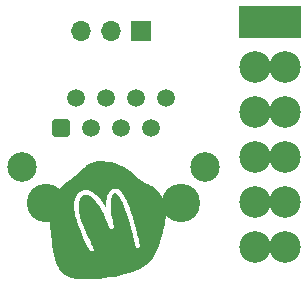
<source format=gbr>
%TF.GenerationSoftware,KiCad,Pcbnew,7.0.5-0*%
%TF.CreationDate,2023-10-13T18:20:27+02:00*%
%TF.ProjectId,rj45-stepper-adapter,726a3435-2d73-4746-9570-7065722d6164,rev?*%
%TF.SameCoordinates,Original*%
%TF.FileFunction,Soldermask,Bot*%
%TF.FilePolarity,Negative*%
%FSLAX46Y46*%
G04 Gerber Fmt 4.6, Leading zero omitted, Abs format (unit mm)*
G04 Created by KiCad (PCBNEW 7.0.5-0) date 2023-10-13 18:20:27*
%MOMM*%
%LPD*%
G01*
G04 APERTURE LIST*
G04 Aperture macros list*
%AMRoundRect*
0 Rectangle with rounded corners*
0 $1 Rounding radius*
0 $2 $3 $4 $5 $6 $7 $8 $9 X,Y pos of 4 corners*
0 Add a 4 corners polygon primitive as box body*
4,1,4,$2,$3,$4,$5,$6,$7,$8,$9,$2,$3,0*
0 Add four circle primitives for the rounded corners*
1,1,$1+$1,$2,$3*
1,1,$1+$1,$4,$5*
1,1,$1+$1,$6,$7*
1,1,$1+$1,$8,$9*
0 Add four rect primitives between the rounded corners*
20,1,$1+$1,$2,$3,$4,$5,0*
20,1,$1+$1,$4,$5,$6,$7,0*
20,1,$1+$1,$6,$7,$8,$9,0*
20,1,$1+$1,$8,$9,$2,$3,0*%
G04 Aperture macros list end*
%ADD10R,1.700000X1.700000*%
%ADD11O,1.700000X1.700000*%
%ADD12C,3.250000*%
%ADD13RoundRect,0.250500X-0.499500X-0.499500X0.499500X-0.499500X0.499500X0.499500X-0.499500X0.499500X0*%
%ADD14C,1.500000*%
%ADD15C,2.500000*%
%ADD16R,2.670000X2.670000*%
%ADD17C,2.670000*%
G04 APERTURE END LIST*
%TO.C,G\u002A\u002A\u002A*%
G36*
X154345995Y-116950078D02*
G01*
X154139223Y-117396846D01*
X154119735Y-117436403D01*
X154032260Y-117608365D01*
X153954213Y-117750624D01*
X153881940Y-117868856D01*
X153811785Y-117968737D01*
X153740094Y-118055943D01*
X153663212Y-118136150D01*
X153590828Y-118203026D01*
X153388284Y-118361650D01*
X153150493Y-118513646D01*
X152879881Y-118658298D01*
X152578876Y-118794888D01*
X152249904Y-118922699D01*
X151895394Y-119041013D01*
X151517772Y-119149114D01*
X151119466Y-119246283D01*
X150702902Y-119331804D01*
X150270508Y-119404959D01*
X149824710Y-119465031D01*
X149367937Y-119511303D01*
X148902616Y-119543057D01*
X148797484Y-119547136D01*
X148657497Y-119550148D01*
X148498226Y-119551761D01*
X148328006Y-119552028D01*
X148155173Y-119551000D01*
X147988062Y-119548729D01*
X147835008Y-119545266D01*
X147704347Y-119540665D01*
X147604413Y-119534976D01*
X147410649Y-119516692D01*
X147196347Y-119485067D01*
X147008167Y-119441977D01*
X146839353Y-119385463D01*
X146683146Y-119313565D01*
X146532788Y-119224326D01*
X146491866Y-119195930D01*
X146366650Y-119094118D01*
X146240581Y-118972395D01*
X146125109Y-118842379D01*
X146031679Y-118715692D01*
X145963498Y-118603474D01*
X145846065Y-118370839D01*
X145740917Y-118106598D01*
X145647541Y-117809227D01*
X145565428Y-117477197D01*
X145494066Y-117108982D01*
X145491153Y-117091695D01*
X145471089Y-116960958D01*
X145449093Y-116799975D01*
X145425612Y-116613346D01*
X145401091Y-116405674D01*
X145375976Y-116181562D01*
X145350712Y-115945612D01*
X145325746Y-115702426D01*
X145301521Y-115456606D01*
X145278486Y-115212755D01*
X145257084Y-114975475D01*
X145237761Y-114749368D01*
X145220964Y-114539036D01*
X145207138Y-114349082D01*
X145196728Y-114184108D01*
X145190181Y-114048716D01*
X145187941Y-113947509D01*
X145195243Y-113722335D01*
X145232738Y-113405887D01*
X145251211Y-113327327D01*
X147273552Y-113327327D01*
X147287014Y-113596422D01*
X147327467Y-113892728D01*
X147394773Y-114215758D01*
X147488800Y-114565027D01*
X147609411Y-114940048D01*
X147756472Y-115340336D01*
X147929848Y-115765405D01*
X148129405Y-116214769D01*
X148148519Y-116256049D01*
X148222412Y-116412209D01*
X148296891Y-116564708D01*
X148369554Y-116708990D01*
X148437998Y-116840500D01*
X148499821Y-116954685D01*
X148552620Y-117046988D01*
X148593992Y-117112855D01*
X148621535Y-117147730D01*
X148671526Y-117178214D01*
X148743532Y-117189135D01*
X148816022Y-117172725D01*
X148879526Y-117133280D01*
X148924573Y-117075097D01*
X148941693Y-117002473D01*
X148939745Y-116994834D01*
X148923722Y-116955166D01*
X148893270Y-116887200D01*
X148850494Y-116795425D01*
X148797501Y-116684329D01*
X148736399Y-116558399D01*
X148669292Y-116422123D01*
X148585440Y-116250995D01*
X148373601Y-115797152D01*
X148189362Y-115368154D01*
X148032819Y-114964303D01*
X147904071Y-114585902D01*
X147803216Y-114233253D01*
X147730352Y-113906659D01*
X147685577Y-113606422D01*
X147668988Y-113332846D01*
X147674651Y-113136327D01*
X147697732Y-112961652D01*
X147739524Y-112814395D01*
X147801212Y-112690439D01*
X147883978Y-112585666D01*
X147957413Y-112519352D01*
X148059423Y-112458553D01*
X148175866Y-112424928D01*
X148316462Y-112414631D01*
X148370270Y-112415029D01*
X148439825Y-112419035D01*
X148495556Y-112430653D01*
X148553346Y-112453840D01*
X148629077Y-112492555D01*
X148721845Y-112549166D01*
X148867742Y-112665085D01*
X149018864Y-112815703D01*
X149173346Y-112998924D01*
X149329324Y-113212653D01*
X149484935Y-113454793D01*
X149484938Y-113454797D01*
X149583387Y-113625490D01*
X149684071Y-113816582D01*
X149788300Y-114030964D01*
X149897387Y-114271528D01*
X150012641Y-114541166D01*
X150135374Y-114842770D01*
X150266898Y-115179230D01*
X150311389Y-115257412D01*
X150374423Y-115309918D01*
X150447407Y-115329838D01*
X150523691Y-115315441D01*
X150596625Y-115264997D01*
X150615722Y-115244466D01*
X150634317Y-115212571D01*
X150639848Y-115170724D01*
X150635813Y-115104599D01*
X150633916Y-115087252D01*
X150623650Y-115016702D01*
X150607510Y-114921892D01*
X150587296Y-114813084D01*
X150564813Y-114700538D01*
X150552647Y-114641027D01*
X150491423Y-114309032D01*
X150444696Y-113994189D01*
X150412443Y-113698635D01*
X150394640Y-113424504D01*
X150391266Y-113173932D01*
X150402297Y-112949053D01*
X150427710Y-112752003D01*
X150467482Y-112584918D01*
X150521591Y-112449933D01*
X150590013Y-112349182D01*
X150647656Y-112296631D01*
X150720673Y-112262701D01*
X150795645Y-112265923D01*
X150875116Y-112306541D01*
X150961628Y-112384798D01*
X151046677Y-112485663D01*
X151159145Y-112649223D01*
X151272674Y-112848476D01*
X151387383Y-113083753D01*
X151503391Y-113355387D01*
X151620817Y-113663710D01*
X151739780Y-114009053D01*
X151860397Y-114391748D01*
X151982788Y-114812127D01*
X152107071Y-115270523D01*
X152233365Y-115767268D01*
X152361788Y-116302692D01*
X152366111Y-116321204D01*
X152400497Y-116467313D01*
X152428010Y-116580689D01*
X152450207Y-116666176D01*
X152468643Y-116728621D01*
X152484875Y-116772869D01*
X152500459Y-116803765D01*
X152516951Y-116826155D01*
X152535907Y-116844884D01*
X152538055Y-116846787D01*
X152609180Y-116889441D01*
X152683825Y-116893904D01*
X152765286Y-116860397D01*
X152788082Y-116846179D01*
X152809919Y-116829729D01*
X152826685Y-116810160D01*
X152838002Y-116784303D01*
X152843491Y-116748989D01*
X152842775Y-116701049D01*
X152835475Y-116637317D01*
X152821213Y-116554624D01*
X152799611Y-116449800D01*
X152770291Y-116319679D01*
X152732874Y-116161092D01*
X152686982Y-115970870D01*
X152632238Y-115745846D01*
X152509354Y-115256049D01*
X152380024Y-114773248D01*
X152251823Y-114328853D01*
X152124608Y-113922530D01*
X151998236Y-113553946D01*
X151872567Y-113222769D01*
X151747457Y-112928666D01*
X151622765Y-112671303D01*
X151498349Y-112450349D01*
X151374065Y-112265469D01*
X151249773Y-112116331D01*
X151125330Y-112002601D01*
X151000594Y-111923948D01*
X150862557Y-111876031D01*
X150722668Y-111865139D01*
X150585886Y-111890498D01*
X150456156Y-111950835D01*
X150337424Y-112044879D01*
X150233634Y-112171357D01*
X150193199Y-112235859D01*
X150135297Y-112348836D01*
X150089452Y-112471628D01*
X150054319Y-112610016D01*
X150028552Y-112769777D01*
X150010808Y-112956692D01*
X149999741Y-113176538D01*
X149987000Y-113547769D01*
X149900876Y-113391461D01*
X149869088Y-113334571D01*
X149704072Y-113063022D01*
X149531919Y-112817302D01*
X149354892Y-112600016D01*
X149175257Y-112413769D01*
X148995277Y-112261165D01*
X148817216Y-112144809D01*
X148682858Y-112082168D01*
X148498969Y-112030057D01*
X148313830Y-112012694D01*
X148131856Y-112028752D01*
X147957461Y-112076904D01*
X147795058Y-112155822D01*
X147649062Y-112264178D01*
X147523887Y-112400644D01*
X147423946Y-112563894D01*
X147371548Y-112685741D01*
X147329795Y-112821873D01*
X147300267Y-112974599D01*
X147280304Y-113154851D01*
X147273552Y-113327327D01*
X145251211Y-113327327D01*
X145303178Y-113106328D01*
X145407786Y-112820509D01*
X145547784Y-112545281D01*
X145724397Y-112277494D01*
X145938846Y-112014000D01*
X145980811Y-111967650D01*
X146070302Y-111873782D01*
X146168094Y-111778161D01*
X146278128Y-111677328D01*
X146404341Y-111567823D01*
X146550675Y-111446184D01*
X146721069Y-111308952D01*
X146919462Y-111152666D01*
X147052917Y-111048211D01*
X147205201Y-110928238D01*
X147334174Y-110825317D01*
X147444248Y-110735661D01*
X147539837Y-110655484D01*
X147625356Y-110580997D01*
X147705218Y-110508416D01*
X147783837Y-110433952D01*
X147865627Y-110353820D01*
X147955000Y-110264233D01*
X147984840Y-110234141D01*
X148092017Y-110127231D01*
X148179306Y-110042996D01*
X148252261Y-109976800D01*
X148316439Y-109924012D01*
X148377392Y-109879996D01*
X148440676Y-109840121D01*
X148511846Y-109799753D01*
X148680003Y-109719410D01*
X148927523Y-109636245D01*
X149195264Y-109582233D01*
X149480139Y-109557154D01*
X149779061Y-109560792D01*
X150088942Y-109592928D01*
X150406695Y-109653344D01*
X150729232Y-109741822D01*
X151053467Y-109858143D01*
X151376312Y-110002090D01*
X151507148Y-110068361D01*
X151769900Y-110216704D01*
X152009003Y-110375642D01*
X152235045Y-110552539D01*
X152458616Y-110754759D01*
X152526691Y-110819794D01*
X152669347Y-110951679D01*
X152797496Y-111061951D01*
X152918944Y-111156082D01*
X153041495Y-111239546D01*
X153172955Y-111317816D01*
X153321128Y-111396363D01*
X153493819Y-111480663D01*
X153601356Y-111532427D01*
X153710830Y-111586592D01*
X153807829Y-111636050D01*
X153884696Y-111676891D01*
X153933770Y-111705205D01*
X154002156Y-111754075D01*
X154106354Y-111842420D01*
X154220786Y-111951711D01*
X154339251Y-112075170D01*
X154455548Y-112206016D01*
X154563476Y-112337470D01*
X154656834Y-112462753D01*
X154729421Y-112575085D01*
X154808800Y-112725371D01*
X154894609Y-112934266D01*
X154959512Y-113159071D01*
X155004586Y-113404654D01*
X155030905Y-113675880D01*
X155039547Y-113977615D01*
X155036974Y-114156220D01*
X155023490Y-114406178D01*
X154997430Y-114657393D01*
X154957644Y-114918325D01*
X154902984Y-115197436D01*
X154832300Y-115503187D01*
X154803439Y-115617783D01*
X154674097Y-116071490D01*
X154522951Y-116511941D01*
X154427211Y-116748989D01*
X154345995Y-116950078D01*
G37*
%TD*%
D10*
%TO.C,J2*%
X152908000Y-98552000D03*
D11*
X150368000Y-98552000D03*
X147828000Y-98552000D03*
%TD*%
D12*
%TO.C,J3*%
X144907000Y-113071500D03*
X156337000Y-113071500D03*
D13*
X146182000Y-106711500D03*
D14*
X147442000Y-104171500D03*
X148722000Y-106711500D03*
X149982000Y-104171500D03*
X151262000Y-106711500D03*
X152522000Y-104171500D03*
X153802000Y-106711500D03*
X155062000Y-104171500D03*
D15*
X142877000Y-110021500D03*
X158367000Y-110021500D03*
%TD*%
D16*
%TO.C,J6*%
X165100000Y-97790000D03*
X162560000Y-97790000D03*
D17*
X165100000Y-101600000D03*
X162560000Y-101600000D03*
X165100000Y-105410000D03*
X162560000Y-105410000D03*
X165100000Y-109220000D03*
X162560000Y-109220000D03*
X165100000Y-113030000D03*
X162560000Y-113030000D03*
X165100000Y-116840000D03*
X162560000Y-116840000D03*
%TD*%
M02*

</source>
